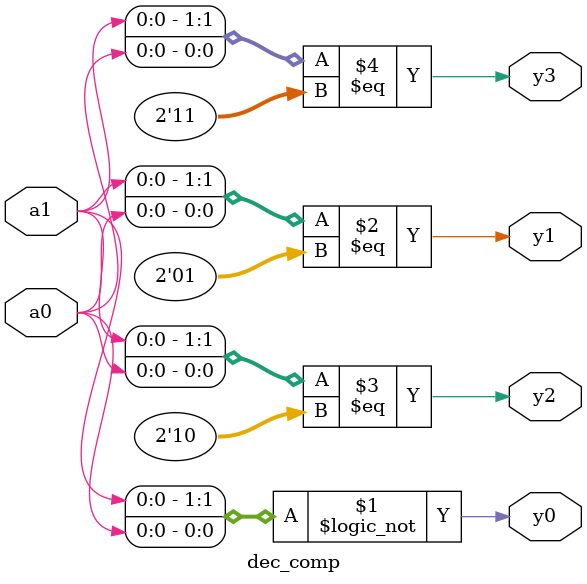
<source format=v>
module dec_comp(a0,a1,y0,y1,y2,y3);
  input  a0,a1;
  output  y0,y1,y2,y3;
  
  assign y0 = {{a1,a0} == 2'b00};
  assign y1 = {{a1,a0} == 2'b01};
  assign y2 = {{a1,a0} == 2'b10};
  assign y3 = {{a1,a0} == 2'b11};
  
endmodule

</source>
